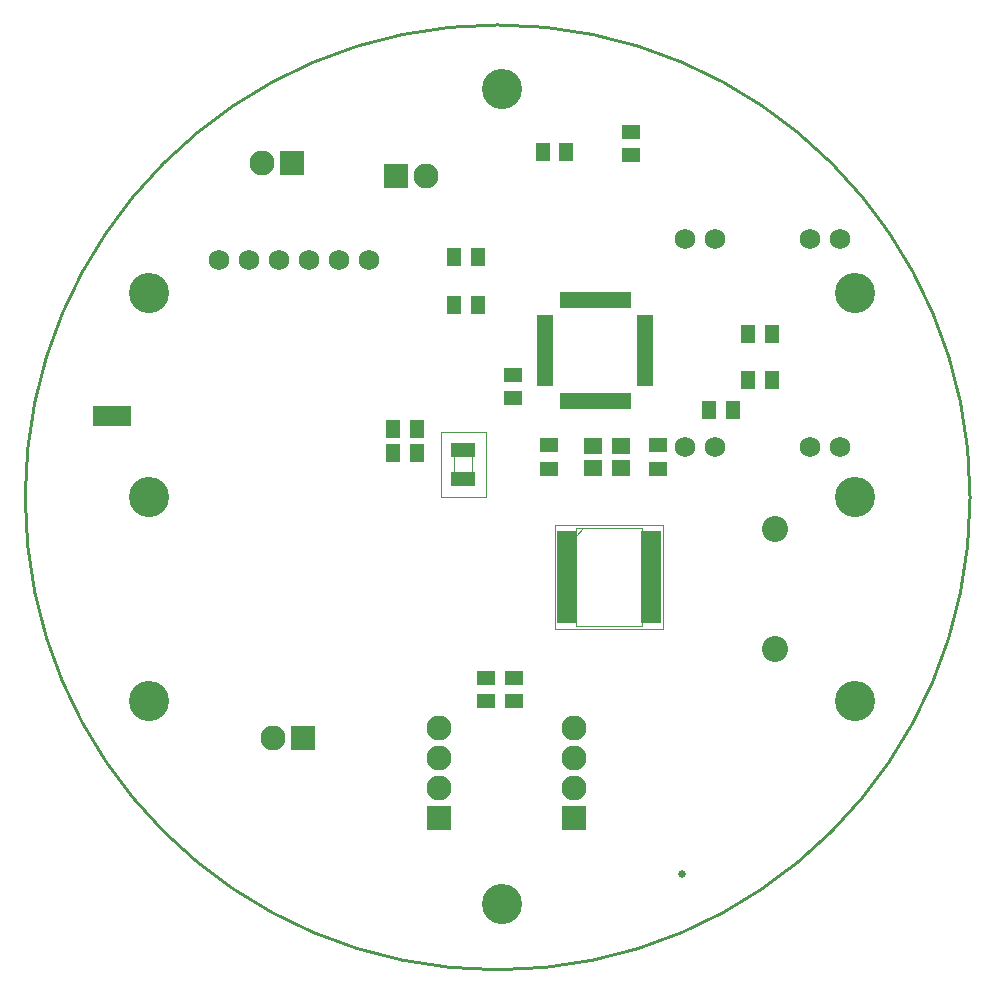
<source format=gts>
G04*
G04 #@! TF.GenerationSoftware,Altium Limited,Altium Designer,18.1.7 (191)*
G04*
G04 Layer_Color=8388736*
%FSLAX25Y25*%
%MOIN*%
G70*
G01*
G75*
%ADD10C,0.00394*%
%ADD11C,0.01000*%
%ADD14C,0.00197*%
%ADD23C,0.00000*%
%ADD24R,0.06312X0.05131*%
%ADD25R,0.05131X0.06312*%
%ADD26R,0.07887X0.04737*%
%ADD27R,0.06804X0.02572*%
%ADD28R,0.12611X0.06706*%
%ADD29R,0.05524X0.01981*%
%ADD30R,0.01981X0.05524*%
%ADD31R,0.06312X0.05524*%
%ADD32C,0.06800*%
%ADD33C,0.08280*%
%ADD34O,0.08280X0.08280*%
%ADD35R,0.08280X0.08280*%
%ADD36C,0.08280*%
%ADD37R,0.08280X0.08280*%
%ADD38C,0.08674*%
%ADD39C,0.13398*%
%ADD40C,0.02600*%
D10*
X429047Y324799D02*
X434953D01*
Y312201D02*
Y324799D01*
X429047Y312201D02*
X434953D01*
X429047D02*
Y324799D01*
X469476Y297339D02*
X491524D01*
Y264661D02*
Y297339D01*
X469476Y264661D02*
X491524D01*
X469476D02*
Y297339D01*
Y294779D02*
X472035Y297339D01*
X424520Y329327D02*
X439480D01*
X424520Y307673D02*
Y329327D01*
Y307673D02*
X439480D01*
Y329327D01*
D11*
X600980Y307500D02*
G03*
X600980Y307500I-157480J0D01*
G01*
D14*
X462488Y298323D02*
X498512D01*
Y263677D02*
Y298323D01*
X462488Y263677D02*
X498512D01*
X462488D02*
Y298323D01*
D23*
X368429Y419000D02*
G03*
X368429Y419000I-3429J0D01*
G01*
X378429D02*
G03*
X378429Y419000I-3429J0D01*
G01*
X371929Y227311D02*
G03*
X371929Y227311I-3429J0D01*
G01*
X381929D02*
G03*
X381929Y227311I-3429J0D01*
G01*
X422929Y414500D02*
G03*
X422929Y414500I-3429J0D01*
G01*
X412929D02*
G03*
X412929Y414500I-3429J0D01*
G01*
D24*
X449110Y247437D02*
D03*
Y239563D02*
D03*
X439500Y247437D02*
D03*
Y239563D02*
D03*
X448520Y340563D02*
D03*
Y348437D02*
D03*
X488000Y429437D02*
D03*
Y421563D02*
D03*
X460500Y317063D02*
D03*
Y324937D02*
D03*
X497000Y324937D02*
D03*
Y317063D02*
D03*
D25*
X466437Y422500D02*
D03*
X458563D02*
D03*
X514063Y336500D02*
D03*
X521937D02*
D03*
X416468Y322421D02*
D03*
X408595D02*
D03*
X416468Y330421D02*
D03*
X408595D02*
D03*
X436937Y371500D02*
D03*
X429063D02*
D03*
Y387500D02*
D03*
X436937D02*
D03*
X534937Y346500D02*
D03*
X527063D02*
D03*
Y362000D02*
D03*
X534937D02*
D03*
D26*
X432000Y313579D02*
D03*
Y323421D02*
D03*
D27*
X466476Y295075D02*
D03*
Y292516D02*
D03*
Y289957D02*
D03*
Y287398D02*
D03*
Y284839D02*
D03*
Y282279D02*
D03*
Y279720D02*
D03*
Y277161D02*
D03*
Y274602D02*
D03*
Y272043D02*
D03*
Y269484D02*
D03*
Y266925D02*
D03*
X494524D02*
D03*
Y269484D02*
D03*
Y272043D02*
D03*
Y274602D02*
D03*
Y277161D02*
D03*
Y279720D02*
D03*
Y282279D02*
D03*
Y284839D02*
D03*
Y287398D02*
D03*
Y289957D02*
D03*
Y292516D02*
D03*
Y295075D02*
D03*
D28*
X314961Y334646D02*
D03*
D29*
X459268Y345673D02*
D03*
Y347642D02*
D03*
Y349610D02*
D03*
Y351579D02*
D03*
Y353547D02*
D03*
Y355516D02*
D03*
Y357484D02*
D03*
Y359453D02*
D03*
Y361421D02*
D03*
Y363390D02*
D03*
Y365358D02*
D03*
Y367327D02*
D03*
X492732D02*
D03*
Y365358D02*
D03*
Y363390D02*
D03*
Y361421D02*
D03*
Y359453D02*
D03*
Y357484D02*
D03*
Y355516D02*
D03*
Y353547D02*
D03*
Y351579D02*
D03*
Y349610D02*
D03*
Y347642D02*
D03*
Y345673D02*
D03*
D30*
X465173Y373232D02*
D03*
X467142D02*
D03*
X469110D02*
D03*
X471079D02*
D03*
X473047D02*
D03*
X475016D02*
D03*
X476984D02*
D03*
X478953D02*
D03*
X480921D02*
D03*
X482890D02*
D03*
X484858D02*
D03*
X486827D02*
D03*
Y339768D02*
D03*
X484858D02*
D03*
X482890D02*
D03*
X480921D02*
D03*
X478953D02*
D03*
X476984D02*
D03*
X475016D02*
D03*
X473047D02*
D03*
X471079D02*
D03*
X469110D02*
D03*
X467142D02*
D03*
X465173D02*
D03*
D31*
X475276Y317260D02*
D03*
X484724D02*
D03*
Y324740D02*
D03*
X475276D02*
D03*
D32*
X557520Y324209D02*
D03*
X547520D02*
D03*
X516024D02*
D03*
X506024D02*
D03*
X557520Y393500D02*
D03*
X547520D02*
D03*
X516024D02*
D03*
X506024D02*
D03*
X400500Y386500D02*
D03*
X390500D02*
D03*
X350500D02*
D03*
X360500D02*
D03*
X370500D02*
D03*
X380500D02*
D03*
D33*
X469110Y230500D02*
D03*
X423937D02*
D03*
D34*
X469110Y220500D02*
D03*
Y210500D02*
D03*
X423937Y220500D02*
D03*
Y210500D02*
D03*
D35*
X469110Y200500D02*
D03*
X423937D02*
D03*
D36*
X365000Y419000D02*
D03*
X368500Y227311D02*
D03*
X419500Y414500D02*
D03*
D37*
X375000Y419000D02*
D03*
X378500Y227311D02*
D03*
X409500Y414500D02*
D03*
D38*
X536000Y296980D02*
D03*
Y257020D02*
D03*
D39*
X562629Y307500D02*
D03*
X327371Y307673D02*
D03*
X562629Y375587D02*
D03*
Y239760D02*
D03*
X445000Y171846D02*
D03*
Y443500D02*
D03*
X327371Y375587D02*
D03*
Y239760D02*
D03*
D40*
X505000Y182000D02*
D03*
M02*

</source>
